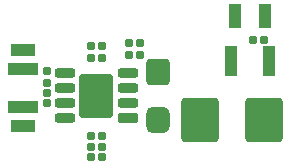
<source format=gts>
G04*
G04 #@! TF.GenerationSoftware,Altium Limited,Altium Designer,21.2.1 (34)*
G04*
G04 Layer_Color=8388736*
%FSTAX24Y24*%
%MOIN*%
G70*
G04*
G04 #@! TF.SameCoordinates,A22D48CB-26DB-4B69-BEBB-7B905E74D0D0*
G04*
G04*
G04 #@! TF.FilePolarity,Negative*
G04*
G01*
G75*
G04:AMPARAMS|DCode=26|XSize=31.6mil|YSize=69mil|CornerRadius=6.4mil|HoleSize=0mil|Usage=FLASHONLY|Rotation=270.000|XOffset=0mil|YOffset=0mil|HoleType=Round|Shape=RoundedRectangle|*
%AMROUNDEDRECTD26*
21,1,0.0316,0.0563,0,0,270.0*
21,1,0.0189,0.0690,0,0,270.0*
1,1,0.0127,-0.0282,-0.0094*
1,1,0.0127,-0.0282,0.0094*
1,1,0.0127,0.0282,0.0094*
1,1,0.0127,0.0282,-0.0094*
%
%ADD26ROUNDEDRECTD26*%
G04:AMPARAMS|DCode=27|XSize=31.6mil|YSize=69mil|CornerRadius=9.9mil|HoleSize=0mil|Usage=FLASHONLY|Rotation=270.000|XOffset=0mil|YOffset=0mil|HoleType=Round|Shape=RoundedRectangle|*
%AMROUNDEDRECTD27*
21,1,0.0316,0.0492,0,0,270.0*
21,1,0.0118,0.0690,0,0,270.0*
1,1,0.0198,-0.0246,-0.0059*
1,1,0.0198,-0.0246,0.0059*
1,1,0.0198,0.0246,0.0059*
1,1,0.0198,0.0246,-0.0059*
%
%ADD27ROUNDEDRECTD27*%
G04:AMPARAMS|DCode=28|XSize=146.2mil|YSize=111.2mil|CornerRadius=9.2mil|HoleSize=0mil|Usage=FLASHONLY|Rotation=270.000|XOffset=0mil|YOffset=0mil|HoleType=Round|Shape=RoundedRectangle|*
%AMROUNDEDRECTD28*
21,1,0.1462,0.0928,0,0,270.0*
21,1,0.1279,0.1112,0,0,270.0*
1,1,0.0183,-0.0464,-0.0639*
1,1,0.0183,-0.0464,0.0639*
1,1,0.0183,0.0464,0.0639*
1,1,0.0183,0.0464,-0.0639*
%
%ADD28ROUNDEDRECTD28*%
G04:AMPARAMS|DCode=29|XSize=43.3mil|YSize=102.4mil|CornerRadius=5.9mil|HoleSize=0mil|Usage=FLASHONLY|Rotation=0.000|XOffset=0mil|YOffset=0mil|HoleType=Round|Shape=RoundedRectangle|*
%AMROUNDEDRECTD29*
21,1,0.0433,0.0906,0,0,0.0*
21,1,0.0315,0.1024,0,0,0.0*
1,1,0.0118,0.0157,-0.0453*
1,1,0.0118,-0.0157,-0.0453*
1,1,0.0118,-0.0157,0.0453*
1,1,0.0118,0.0157,0.0453*
%
%ADD29ROUNDEDRECTD29*%
G04:AMPARAMS|DCode=30|XSize=78.9mil|YSize=86.7mil|CornerRadius=11.1mil|HoleSize=0mil|Usage=FLASHONLY|Rotation=180.000|XOffset=0mil|YOffset=0mil|HoleType=Round|Shape=RoundedRectangle|*
%AMROUNDEDRECTD30*
21,1,0.0789,0.0646,0,0,180.0*
21,1,0.0567,0.0867,0,0,180.0*
1,1,0.0222,-0.0283,0.0323*
1,1,0.0222,0.0283,0.0323*
1,1,0.0222,0.0283,-0.0323*
1,1,0.0222,-0.0283,-0.0323*
%
%ADD30ROUNDEDRECTD30*%
G04:AMPARAMS|DCode=31|XSize=78.9mil|YSize=86.7mil|CornerRadius=21.7mil|HoleSize=0mil|Usage=FLASHONLY|Rotation=180.000|XOffset=0mil|YOffset=0mil|HoleType=Round|Shape=RoundedRectangle|*
%AMROUNDEDRECTD31*
21,1,0.0789,0.0433,0,0,180.0*
21,1,0.0354,0.0867,0,0,180.0*
1,1,0.0434,-0.0177,0.0217*
1,1,0.0434,0.0177,0.0217*
1,1,0.0434,0.0177,-0.0217*
1,1,0.0434,-0.0177,-0.0217*
%
%ADD31ROUNDEDRECTD31*%
G04:AMPARAMS|DCode=32|XSize=124.1mil|YSize=145.8mil|CornerRadius=9.8mil|HoleSize=0mil|Usage=FLASHONLY|Rotation=0.000|XOffset=0mil|YOffset=0mil|HoleType=Round|Shape=RoundedRectangle|*
%AMROUNDEDRECTD32*
21,1,0.1241,0.1262,0,0,0.0*
21,1,0.1045,0.1458,0,0,0.0*
1,1,0.0196,0.0523,-0.0631*
1,1,0.0196,-0.0523,-0.0631*
1,1,0.0196,-0.0523,0.0631*
1,1,0.0196,0.0523,0.0631*
%
%ADD32ROUNDEDRECTD32*%
G04:AMPARAMS|DCode=33|XSize=27.6mil|YSize=23.6mil|CornerRadius=3.9mil|HoleSize=0mil|Usage=FLASHONLY|Rotation=180.000|XOffset=0mil|YOffset=0mil|HoleType=Round|Shape=RoundedRectangle|*
%AMROUNDEDRECTD33*
21,1,0.0276,0.0157,0,0,180.0*
21,1,0.0197,0.0236,0,0,180.0*
1,1,0.0079,-0.0098,0.0079*
1,1,0.0079,0.0098,0.0079*
1,1,0.0079,0.0098,-0.0079*
1,1,0.0079,-0.0098,-0.0079*
%
%ADD33ROUNDEDRECTD33*%
%ADD34R,0.0433X0.0827*%
G04:AMPARAMS|DCode=35|XSize=27.6mil|YSize=23.6mil|CornerRadius=4.9mil|HoleSize=0mil|Usage=FLASHONLY|Rotation=0.000|XOffset=0mil|YOffset=0mil|HoleType=Round|Shape=RoundedRectangle|*
%AMROUNDEDRECTD35*
21,1,0.0276,0.0138,0,0,0.0*
21,1,0.0177,0.0236,0,0,0.0*
1,1,0.0098,0.0089,-0.0069*
1,1,0.0098,-0.0089,-0.0069*
1,1,0.0098,-0.0089,0.0069*
1,1,0.0098,0.0089,0.0069*
%
%ADD35ROUNDEDRECTD35*%
%ADD36R,0.0827X0.0433*%
G04:AMPARAMS|DCode=37|XSize=27.6mil|YSize=23.6mil|CornerRadius=4.9mil|HoleSize=0mil|Usage=FLASHONLY|Rotation=270.000|XOffset=0mil|YOffset=0mil|HoleType=Round|Shape=RoundedRectangle|*
%AMROUNDEDRECTD37*
21,1,0.0276,0.0138,0,0,270.0*
21,1,0.0177,0.0236,0,0,270.0*
1,1,0.0098,-0.0069,-0.0089*
1,1,0.0098,-0.0069,0.0089*
1,1,0.0098,0.0069,0.0089*
1,1,0.0098,0.0069,-0.0089*
%
%ADD37ROUNDEDRECTD37*%
G04:AMPARAMS|DCode=38|XSize=27.6mil|YSize=23.6mil|CornerRadius=3.9mil|HoleSize=0mil|Usage=FLASHONLY|Rotation=270.000|XOffset=0mil|YOffset=0mil|HoleType=Round|Shape=RoundedRectangle|*
%AMROUNDEDRECTD38*
21,1,0.0276,0.0157,0,0,270.0*
21,1,0.0197,0.0236,0,0,270.0*
1,1,0.0079,-0.0079,-0.0098*
1,1,0.0079,-0.0079,0.0098*
1,1,0.0079,0.0079,0.0098*
1,1,0.0079,0.0079,-0.0098*
%
%ADD38ROUNDEDRECTD38*%
G04:AMPARAMS|DCode=39|XSize=43.3mil|YSize=102.4mil|CornerRadius=5.9mil|HoleSize=0mil|Usage=FLASHONLY|Rotation=270.000|XOffset=0mil|YOffset=0mil|HoleType=Round|Shape=RoundedRectangle|*
%AMROUNDEDRECTD39*
21,1,0.0433,0.0906,0,0,270.0*
21,1,0.0315,0.1024,0,0,270.0*
1,1,0.0118,-0.0453,-0.0157*
1,1,0.0118,-0.0453,0.0157*
1,1,0.0118,0.0453,0.0157*
1,1,0.0118,0.0453,-0.0157*
%
%ADD39ROUNDEDRECTD39*%
D26*
X098778Y027234D02*
D03*
D27*
Y027734D02*
D03*
Y028234D02*
D03*
Y028734D02*
D03*
X096652Y027734D02*
D03*
Y028234D02*
D03*
Y028734D02*
D03*
Y027234D02*
D03*
D28*
X097715Y027984D02*
D03*
D29*
X103463Y029165D02*
D03*
X102203D02*
D03*
D30*
X099782Y028771D02*
D03*
D31*
Y027197D02*
D03*
D32*
X103315Y027197D02*
D03*
X10117Y027197D02*
D03*
D33*
X096061Y028431D02*
D03*
Y028824D02*
D03*
X099182Y029362D02*
D03*
Y029756D02*
D03*
X098788Y029362D02*
D03*
Y029756D02*
D03*
D34*
X102341Y030641D02*
D03*
X103325D02*
D03*
D35*
X096061Y028096D02*
D03*
Y027742D02*
D03*
D36*
X095274Y029533D02*
D03*
Y026974D02*
D03*
D37*
X102951Y029854D02*
D03*
X103306D02*
D03*
X097538Y025937D02*
D03*
X097892D02*
D03*
Y029263D02*
D03*
X097538D02*
D03*
D38*
X097912Y026291D02*
D03*
X097518D02*
D03*
Y026645D02*
D03*
X097912D02*
D03*
X097912Y029657D02*
D03*
X097518D02*
D03*
D39*
X095274Y028884D02*
D03*
Y027624D02*
D03*
M02*

</source>
